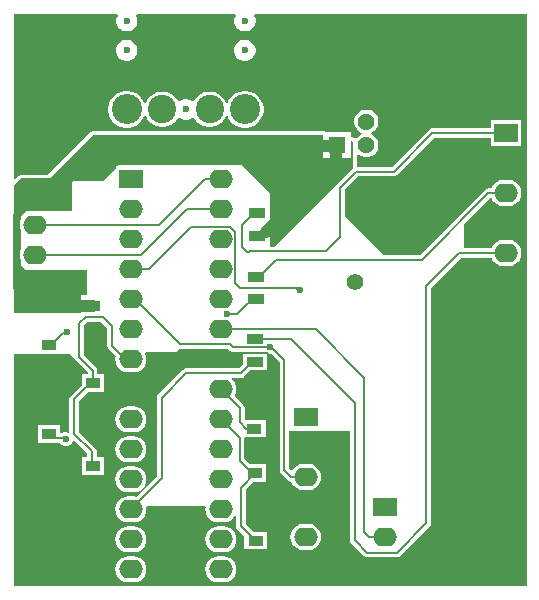
<source format=gbl>
G04*
G04 #@! TF.GenerationSoftware,Altium Limited,Altium Designer,23.4.1 (23)*
G04*
G04 Layer_Physical_Order=2*
G04 Layer_Color=16711680*
%FSLAX25Y25*%
%MOIN*%
G70*
G04*
G04 #@! TF.SameCoordinates,EF30BACE-0BBC-42E6-AA2A-B86B67AF279B*
G04*
G04*
G04 #@! TF.FilePolarity,Positive*
G04*
G01*
G75*
%ADD11C,0.00787*%
%ADD28R,0.05118X0.03543*%
%ADD31C,0.13583*%
%ADD32C,0.05543*%
%ADD33O,0.07874X0.06299*%
%ADD34R,0.07874X0.06299*%
%ADD35C,0.05634*%
%ADD36R,0.05634X0.05634*%
%ADD37C,0.29134*%
%ADD38C,0.10039*%
%ADD39C,0.09449*%
%ADD40C,0.02362*%
%ADD41R,0.05709X0.03543*%
%ADD42C,0.03937*%
%ADD43C,0.01575*%
G36*
X172047Y1181D02*
X1181D01*
Y78347D01*
X9055Y78543D01*
X19652D01*
X21229Y76967D01*
Y76967D01*
X21522Y76588D01*
X21699Y76324D01*
X25791Y72232D01*
Y71654D01*
X23819D01*
Y68216D01*
X20124Y64521D01*
X19776Y64000D01*
X19654Y63386D01*
X19654Y63386D01*
Y52483D01*
X19239Y52205D01*
X18867Y52359D01*
X17927D01*
X17059Y51999D01*
X17059Y51999D01*
X16535D01*
Y54724D01*
X9055D01*
Y48819D01*
X14018D01*
X14173Y48788D01*
X14173Y48788D01*
X16341D01*
X16394Y48659D01*
X17059Y47994D01*
X17927Y47635D01*
X18867D01*
X19735Y47994D01*
X20399Y48659D01*
X20709Y49407D01*
X21221Y49602D01*
X25491Y45332D01*
Y44094D01*
X23819D01*
Y38189D01*
X31299D01*
Y44094D01*
X28703D01*
Y45997D01*
X28703Y45997D01*
X28580Y46611D01*
X28232Y47132D01*
X22865Y52499D01*
Y62721D01*
X25862Y65717D01*
X26181D01*
X26181Y65717D01*
X26336Y65748D01*
X31299D01*
Y71654D01*
X29002D01*
Y72897D01*
X29002Y72897D01*
X28880Y73511D01*
X28532Y74032D01*
X28532Y74032D01*
X24440Y78124D01*
Y87918D01*
X25714Y89191D01*
X30132D01*
X32253Y87070D01*
Y81120D01*
X32253Y81120D01*
X32375Y80505D01*
X32723Y79984D01*
X35120Y77588D01*
X35002Y76693D01*
X35151Y75562D01*
X35587Y74509D01*
X36281Y73604D01*
X37186Y72910D01*
X38239Y72474D01*
X39370Y72325D01*
X40945D01*
X42075Y72474D01*
X43129Y72910D01*
X44034Y73604D01*
X44728Y74509D01*
X45164Y75562D01*
X45313Y76693D01*
X45164Y77823D01*
X44828Y78634D01*
X45124Y79134D01*
X55118D01*
X56145Y80160D01*
X56492Y80091D01*
X56492Y80091D01*
X72632D01*
X73162Y79562D01*
X73162Y79562D01*
X73682Y79213D01*
X74297Y79091D01*
X77065D01*
X77461Y78839D01*
Y75007D01*
X76107Y73653D01*
X58547D01*
X58547Y73653D01*
X57933Y73531D01*
X57412Y73183D01*
X57412Y73183D01*
X49258Y65029D01*
X48910Y64508D01*
X48788Y63894D01*
X48788Y63894D01*
Y37594D01*
X42097Y30903D01*
X42075Y30912D01*
X40945Y31061D01*
X39370D01*
X38239Y30912D01*
X37186Y30476D01*
X36281Y29781D01*
X35587Y28877D01*
X35151Y27823D01*
X35002Y26693D01*
X35151Y25562D01*
X35587Y24509D01*
X36281Y23604D01*
X37186Y22910D01*
X38239Y22474D01*
X39370Y22325D01*
X40945D01*
X42075Y22474D01*
X43129Y22910D01*
X44034Y23604D01*
X44728Y24509D01*
X45164Y25562D01*
X45313Y26693D01*
X45214Y27448D01*
X45543Y27823D01*
X64772D01*
X65101Y27448D01*
X65002Y26693D01*
X65151Y25562D01*
X65587Y24509D01*
X66281Y23604D01*
X67186Y22910D01*
X68239Y22474D01*
X69370Y22325D01*
X70945D01*
X72075Y22474D01*
X73129Y22910D01*
X74034Y23604D01*
X74666Y24428D01*
X74979Y24385D01*
X75166Y24294D01*
Y21161D01*
X75166Y21161D01*
X75288Y20547D01*
X75636Y20026D01*
X77953Y17710D01*
Y13287D01*
X85433D01*
Y19193D01*
X81011D01*
X78377Y21826D01*
Y33193D01*
X80912Y35728D01*
X85335D01*
Y41634D01*
X80372D01*
X80216Y41665D01*
X80216Y41665D01*
X79897D01*
X77984Y43578D01*
Y50472D01*
X77984Y50472D01*
X78081Y50590D01*
X85039D01*
Y56496D01*
X78102D01*
Y60353D01*
X78102Y60353D01*
X77980Y60968D01*
X77632Y61489D01*
X77632Y61489D01*
X74678Y64443D01*
X74728Y64509D01*
X75164Y65562D01*
X75313Y66693D01*
X75164Y67823D01*
X74728Y68877D01*
X74034Y69782D01*
X73790Y69968D01*
X73951Y70442D01*
X76772D01*
X76772Y70442D01*
X77386Y70564D01*
X77907Y70912D01*
X79928Y72933D01*
X85532D01*
Y78131D01*
X85947Y78409D01*
X86127Y78335D01*
X87067D01*
X87082Y78341D01*
X89691Y75732D01*
Y39721D01*
X89691Y39721D01*
X89813Y39107D01*
X90162Y38586D01*
X92462Y36286D01*
X92982Y35938D01*
X93597Y35816D01*
X93615D01*
X93855Y35237D01*
X94549Y34333D01*
X95454Y33638D01*
X96507Y33202D01*
X97638Y33053D01*
X99213D01*
X100343Y33202D01*
X101397Y33638D01*
X102301Y34333D01*
X102996Y35237D01*
X103432Y36291D01*
X103581Y37421D01*
X103432Y38552D01*
X102996Y39605D01*
X102301Y40510D01*
X101397Y41204D01*
X100343Y41640D01*
X99213Y41789D01*
X97638D01*
X96507Y41640D01*
X95454Y41204D01*
X94549Y40510D01*
X94088Y39908D01*
X93442Y39847D01*
X92902Y40386D01*
Y52756D01*
X113191D01*
Y16397D01*
X113191Y16397D01*
X113313Y15782D01*
X113662Y15261D01*
X117854Y11069D01*
X117854Y11069D01*
X118375Y10721D01*
X118989Y10599D01*
X118989Y10599D01*
X128740D01*
X128740Y10599D01*
X129355Y10721D01*
X129876Y11069D01*
X139718Y20912D01*
X140066Y21433D01*
X140188Y22047D01*
X140188Y22047D01*
Y100516D01*
X150153Y110481D01*
X160348D01*
X160587Y109903D01*
X161281Y108998D01*
X162186Y108304D01*
X163240Y107867D01*
X164370Y107719D01*
X165945D01*
X167075Y107867D01*
X168129Y108304D01*
X169034Y108998D01*
X169728Y109903D01*
X170164Y110956D01*
X170313Y112087D01*
X170164Y113217D01*
X169728Y114271D01*
X169034Y115175D01*
X168129Y115869D01*
X167075Y116306D01*
X165945Y116455D01*
X164370D01*
X163240Y116306D01*
X162186Y115869D01*
X161281Y115175D01*
X160587Y114271D01*
X160348Y113692D01*
X151217D01*
X151181Y113779D01*
Y121710D01*
X159886Y130415D01*
X160400Y130355D01*
X160587Y129903D01*
X161281Y128998D01*
X162186Y128304D01*
X163240Y127867D01*
X164370Y127719D01*
X165945D01*
X167075Y127867D01*
X168129Y128304D01*
X169034Y128998D01*
X169728Y129903D01*
X170164Y130956D01*
X170313Y132087D01*
X170164Y133217D01*
X169728Y134271D01*
X169034Y135175D01*
X168129Y135870D01*
X167075Y136306D01*
X165945Y136455D01*
X164370D01*
X163240Y136306D01*
X162186Y135870D01*
X161281Y135175D01*
X160587Y134271D01*
X160348Y133692D01*
X159287D01*
X158672Y133570D01*
X158151Y133222D01*
X158151Y133222D01*
X136444Y111514D01*
X124312D01*
X111448Y124379D01*
Y133193D01*
X115846Y137591D01*
X127697D01*
X127697Y137591D01*
X128311Y137713D01*
X128832Y138061D01*
X141252Y150481D01*
X160039D01*
Y147756D01*
X170276D01*
Y156417D01*
X160039D01*
Y153692D01*
X140587D01*
X140587Y153692D01*
X139972Y153570D01*
X139451Y153222D01*
X127032Y140803D01*
X115377D01*
Y144876D01*
X115877Y145083D01*
X116167Y144793D01*
X117079Y144266D01*
X118096Y143994D01*
X119148D01*
X120165Y144266D01*
X121077Y144793D01*
X121821Y145537D01*
X122348Y146449D01*
X122620Y147466D01*
Y148518D01*
X122348Y149535D01*
X121821Y150447D01*
X121077Y151191D01*
X120277Y151653D01*
X120226Y151876D01*
Y151982D01*
X120277Y152205D01*
X121077Y152667D01*
X121821Y153411D01*
X122348Y154323D01*
X122620Y155340D01*
Y156392D01*
X122348Y157409D01*
X121821Y158321D01*
X121077Y159065D01*
X120165Y159592D01*
X119148Y159864D01*
X118096D01*
X117079Y159592D01*
X116167Y159065D01*
X115423Y158321D01*
X114897Y157409D01*
X114624Y156392D01*
Y155340D01*
X114897Y154323D01*
X115423Y153411D01*
X116167Y152667D01*
X116967Y152205D01*
X117018Y151982D01*
Y151876D01*
X116967Y151653D01*
X116167Y151191D01*
X115423Y150447D01*
X115377Y150367D01*
X115309Y150332D01*
X114755Y150291D01*
X114589Y150428D01*
X114426Y150516D01*
X114271Y150617D01*
X114220Y150627D01*
X114175Y150651D01*
X113991Y150670D01*
X113809Y150704D01*
X113586Y150858D01*
X113386Y151123D01*
Y152362D01*
X105225D01*
X105182Y152426D01*
X104792Y152687D01*
X104331Y152779D01*
X27559D01*
X27559Y152779D01*
X27098Y152687D01*
X26708Y152426D01*
X26708Y152426D01*
X12534Y138253D01*
X12507Y138212D01*
X3543D01*
X3543Y138212D01*
X3083Y138120D01*
X2692Y137859D01*
X2692Y137859D01*
X1643Y136811D01*
X1181Y137002D01*
Y191732D01*
X35418D01*
X35706Y191232D01*
X35478Y190836D01*
X35236Y189935D01*
Y189002D01*
X35478Y188101D01*
X35944Y187293D01*
X36604Y186633D01*
X37412Y186167D01*
X38313Y185925D01*
X39246D01*
X40147Y186167D01*
X40955Y186633D01*
X41615Y187293D01*
X42081Y188101D01*
X42323Y189002D01*
Y189935D01*
X42081Y190836D01*
X41853Y191232D01*
X42141Y191732D01*
X74788D01*
X75077Y191232D01*
X74848Y190836D01*
X74606Y189935D01*
Y189002D01*
X74848Y188101D01*
X75314Y187293D01*
X75974Y186633D01*
X76782Y186167D01*
X77683Y185925D01*
X78616D01*
X79517Y186167D01*
X80325Y186633D01*
X80985Y187293D01*
X81451Y188101D01*
X81693Y189002D01*
Y189935D01*
X81451Y190836D01*
X81223Y191232D01*
X81511Y191732D01*
X172047D01*
Y1181D01*
D02*
G37*
G36*
X104331Y143701D02*
X113386D01*
Y149313D01*
X113823Y149499D01*
X114173Y149210D01*
Y140417D01*
X114046Y140332D01*
X114046Y140332D01*
X108707Y134994D01*
X108359Y134473D01*
X108327Y134311D01*
X88220Y114204D01*
X86945D01*
X86614Y114567D01*
Y121260D01*
X85433D01*
Y122047D01*
X85728Y122343D01*
X86122D01*
Y122736D01*
X86614Y123228D01*
Y131890D01*
X77165Y141339D01*
X35827D01*
X35512Y141024D01*
X35039D01*
Y140551D01*
X30709Y136221D01*
X20472D01*
Y126378D01*
X20216Y125984D01*
X5118D01*
X3543Y124409D01*
Y123308D01*
X3261Y122627D01*
X3112Y121496D01*
X3261Y120366D01*
X3543Y119684D01*
Y113308D01*
X3261Y112627D01*
X3112Y111496D01*
X3261Y110365D01*
X3543Y109684D01*
Y107874D01*
X5118Y106299D01*
X25591D01*
Y98032D01*
X23622D01*
Y92126D01*
X1181D01*
Y134646D01*
X3543Y137008D01*
X12992D01*
X13150Y137165D01*
X13386D01*
Y137401D01*
X27559Y151575D01*
X104331D01*
Y143701D01*
D02*
G37*
%LPC*%
G36*
X78616Y183169D02*
X77683D01*
X76782Y182928D01*
X75974Y182461D01*
X75314Y181802D01*
X74848Y180994D01*
X74606Y180093D01*
Y179160D01*
X74848Y178258D01*
X75314Y177450D01*
X75974Y176791D01*
X76782Y176324D01*
X77683Y176083D01*
X78616D01*
X79517Y176324D01*
X80325Y176791D01*
X80985Y177450D01*
X81451Y178258D01*
X81693Y179160D01*
Y180093D01*
X81451Y180994D01*
X80985Y181802D01*
X80325Y182461D01*
X79517Y182928D01*
X78616Y183169D01*
D02*
G37*
G36*
X39246D02*
X38313D01*
X37412Y182928D01*
X36604Y182461D01*
X35944Y181802D01*
X35478Y180994D01*
X35236Y180093D01*
Y179160D01*
X35478Y178258D01*
X35944Y177450D01*
X36604Y176791D01*
X37412Y176324D01*
X38313Y176083D01*
X39246D01*
X40147Y176324D01*
X40955Y176791D01*
X41615Y177450D01*
X42081Y178258D01*
X42323Y179160D01*
Y180093D01*
X42081Y180994D01*
X41615Y181802D01*
X40955Y182461D01*
X40147Y182928D01*
X39246Y183169D01*
D02*
G37*
G36*
X78760Y166142D02*
X77539D01*
X76341Y165903D01*
X75213Y165436D01*
X74197Y164757D01*
X73333Y163894D01*
X72655Y162878D01*
X72355Y162155D01*
X71814Y162155D01*
X71572Y162738D01*
X70926Y163705D01*
X70103Y164528D01*
X69136Y165174D01*
X68061Y165619D01*
X66920Y165846D01*
X65757D01*
X64616Y165619D01*
X63541Y165174D01*
X62574Y164528D01*
X61752Y163705D01*
X61217Y162906D01*
X60697Y162788D01*
X60592Y162804D01*
X59832Y163243D01*
X58931Y163484D01*
X57998D01*
X57097Y163243D01*
X56338Y162804D01*
X56232Y162788D01*
X55712Y162906D01*
X55178Y163705D01*
X54355Y164528D01*
X53388Y165174D01*
X52313Y165619D01*
X51172Y165846D01*
X50009D01*
X48868Y165619D01*
X47793Y165174D01*
X46826Y164528D01*
X46003Y163705D01*
X45357Y162738D01*
X45115Y162154D01*
X44574D01*
X44275Y162878D01*
X43596Y163894D01*
X42732Y164757D01*
X41717Y165436D01*
X40588Y165903D01*
X39390Y166142D01*
X38169D01*
X36971Y165903D01*
X35842Y165436D01*
X34827Y164757D01*
X33963Y163894D01*
X33284Y162878D01*
X32817Y161749D01*
X32579Y160552D01*
Y159330D01*
X32817Y158132D01*
X33284Y157004D01*
X33963Y155988D01*
X34827Y155124D01*
X35842Y154446D01*
X36971Y153978D01*
X38169Y153740D01*
X39390D01*
X40588Y153978D01*
X41717Y154446D01*
X42732Y155124D01*
X43596Y155988D01*
X44275Y157004D01*
X44574Y157727D01*
X45115D01*
X45357Y157143D01*
X46003Y156176D01*
X46826Y155354D01*
X47793Y154708D01*
X48868Y154262D01*
X50009Y154035D01*
X51172D01*
X52313Y154262D01*
X53388Y154708D01*
X54355Y155354D01*
X55178Y156176D01*
X55712Y156976D01*
X56232Y157094D01*
X56338Y157077D01*
X57097Y156639D01*
X57998Y156398D01*
X58931D01*
X59832Y156639D01*
X60592Y157077D01*
X60697Y157094D01*
X61217Y156976D01*
X61752Y156176D01*
X62574Y155354D01*
X63541Y154708D01*
X64616Y154262D01*
X65757Y154035D01*
X66920D01*
X68061Y154262D01*
X69136Y154708D01*
X70103Y155354D01*
X70926Y156176D01*
X71572Y157143D01*
X71814Y157727D01*
X72355Y157727D01*
X72655Y157004D01*
X73333Y155988D01*
X74197Y155124D01*
X75213Y154446D01*
X76341Y153978D01*
X77539Y153740D01*
X78760D01*
X79958Y153978D01*
X81087Y154446D01*
X82102Y155124D01*
X82966Y155988D01*
X83645Y157004D01*
X84112Y158132D01*
X84350Y159330D01*
Y160552D01*
X84112Y161749D01*
X83645Y162878D01*
X82966Y163894D01*
X82102Y164757D01*
X81087Y165436D01*
X79958Y165903D01*
X78760Y166142D01*
D02*
G37*
G36*
X40945Y61061D02*
X39370D01*
X38239Y60912D01*
X37186Y60476D01*
X36281Y59781D01*
X35587Y58877D01*
X35151Y57823D01*
X35002Y56693D01*
X35151Y55562D01*
X35587Y54509D01*
X36281Y53604D01*
X37186Y52910D01*
X38239Y52474D01*
X39370Y52325D01*
X40945D01*
X42075Y52474D01*
X43129Y52910D01*
X44034Y53604D01*
X44728Y54509D01*
X45164Y55562D01*
X45313Y56693D01*
X45164Y57823D01*
X44728Y58877D01*
X44034Y59781D01*
X43129Y60476D01*
X42075Y60912D01*
X40945Y61061D01*
D02*
G37*
G36*
Y51061D02*
X39370D01*
X38239Y50912D01*
X37186Y50476D01*
X36281Y49782D01*
X35587Y48877D01*
X35151Y47823D01*
X35002Y46693D01*
X35151Y45562D01*
X35587Y44509D01*
X36281Y43604D01*
X37186Y42910D01*
X38239Y42474D01*
X39370Y42325D01*
X40945D01*
X42075Y42474D01*
X43129Y42910D01*
X44034Y43604D01*
X44728Y44509D01*
X45164Y45562D01*
X45313Y46693D01*
X45164Y47823D01*
X44728Y48877D01*
X44034Y49782D01*
X43129Y50476D01*
X42075Y50912D01*
X40945Y51061D01*
D02*
G37*
G36*
Y41061D02*
X39370D01*
X38239Y40912D01*
X37186Y40476D01*
X36281Y39781D01*
X35587Y38877D01*
X35151Y37823D01*
X35002Y36693D01*
X35151Y35562D01*
X35587Y34509D01*
X36281Y33604D01*
X37186Y32910D01*
X38239Y32474D01*
X39370Y32325D01*
X40945D01*
X42075Y32474D01*
X43129Y32910D01*
X44034Y33604D01*
X44728Y34509D01*
X45164Y35562D01*
X45313Y36693D01*
X45164Y37823D01*
X44728Y38877D01*
X44034Y39781D01*
X43129Y40476D01*
X42075Y40912D01*
X40945Y41061D01*
D02*
G37*
G36*
X99213Y21789D02*
X97638D01*
X96507Y21641D01*
X95454Y21204D01*
X94549Y20510D01*
X93855Y19605D01*
X93419Y18552D01*
X93270Y17421D01*
X93419Y16291D01*
X93855Y15237D01*
X94549Y14333D01*
X95454Y13638D01*
X96507Y13202D01*
X97638Y13053D01*
X99213D01*
X100343Y13202D01*
X101397Y13638D01*
X102301Y14333D01*
X102996Y15237D01*
X103432Y16291D01*
X103581Y17421D01*
X103432Y18552D01*
X102996Y19605D01*
X102301Y20510D01*
X101397Y21204D01*
X100343Y21641D01*
X99213Y21789D01*
D02*
G37*
G36*
X70945Y21061D02*
X69370D01*
X68239Y20912D01*
X67186Y20476D01*
X66281Y19782D01*
X65587Y18877D01*
X65151Y17823D01*
X65002Y16693D01*
X65151Y15562D01*
X65587Y14509D01*
X66281Y13604D01*
X67186Y12910D01*
X68239Y12474D01*
X69370Y12325D01*
X70945D01*
X72075Y12474D01*
X73129Y12910D01*
X74034Y13604D01*
X74728Y14509D01*
X75164Y15562D01*
X75313Y16693D01*
X75164Y17823D01*
X74728Y18877D01*
X74034Y19782D01*
X73129Y20476D01*
X72075Y20912D01*
X70945Y21061D01*
D02*
G37*
G36*
X40945D02*
X39370D01*
X38239Y20912D01*
X37186Y20476D01*
X36281Y19782D01*
X35587Y18877D01*
X35151Y17823D01*
X35002Y16693D01*
X35151Y15562D01*
X35587Y14509D01*
X36281Y13604D01*
X37186Y12910D01*
X38239Y12474D01*
X39370Y12325D01*
X40945D01*
X42075Y12474D01*
X43129Y12910D01*
X44034Y13604D01*
X44728Y14509D01*
X45164Y15562D01*
X45313Y16693D01*
X45164Y17823D01*
X44728Y18877D01*
X44034Y19782D01*
X43129Y20476D01*
X42075Y20912D01*
X40945Y21061D01*
D02*
G37*
G36*
X70945Y11061D02*
X69370D01*
X68239Y10912D01*
X67186Y10476D01*
X66281Y9781D01*
X65587Y8877D01*
X65151Y7823D01*
X65002Y6693D01*
X65151Y5562D01*
X65587Y4509D01*
X66281Y3604D01*
X67186Y2910D01*
X68239Y2474D01*
X69370Y2325D01*
X70945D01*
X72075Y2474D01*
X73129Y2910D01*
X74034Y3604D01*
X74728Y4509D01*
X75164Y5562D01*
X75313Y6693D01*
X75164Y7823D01*
X74728Y8877D01*
X74034Y9781D01*
X73129Y10476D01*
X72075Y10912D01*
X70945Y11061D01*
D02*
G37*
G36*
X40945D02*
X39370D01*
X38239Y10912D01*
X37186Y10476D01*
X36281Y9781D01*
X35587Y8877D01*
X35151Y7823D01*
X35002Y6693D01*
X35151Y5562D01*
X35587Y4509D01*
X36281Y3604D01*
X37186Y2910D01*
X38239Y2474D01*
X39370Y2325D01*
X40945D01*
X42075Y2474D01*
X43129Y2910D01*
X44034Y3604D01*
X44728Y4509D01*
X45164Y5562D01*
X45313Y6693D01*
X45164Y7823D01*
X44728Y8877D01*
X44034Y9781D01*
X43129Y10476D01*
X42075Y10912D01*
X40945Y11061D01*
D02*
G37*
%LPD*%
D11*
X74297Y80697D02*
X86597D01*
X73297Y81697D02*
X74297Y80697D01*
X74162Y78740D02*
X85619D01*
X87008Y77352D01*
X27566Y61228D02*
X30897D01*
X36369Y66700D01*
X72122Y76700D02*
X74162Y78740D01*
X87008Y63635D02*
Y77352D01*
X59897Y76700D02*
X72122D01*
X13583Y81496D02*
X17582Y85496D01*
X18696D02*
X18997Y85797D01*
X17582Y85496D02*
X18696D01*
X12795Y81496D02*
X13583D01*
X70157Y66693D02*
X76497Y60353D01*
Y55597D02*
Y60353D01*
X72297Y91697D02*
X75555D01*
X80512Y95374D02*
X81890Y96752D01*
X79232Y95374D02*
X80512D01*
X75555Y91697D02*
X79232Y95374D01*
X66194Y171897D02*
X79377D01*
X86277Y178797D02*
X96897D01*
X79377Y171897D02*
X86277Y178797D01*
X109843Y117323D02*
Y133858D01*
X79528Y112598D02*
X105118D01*
X109843Y117323D01*
X76772Y21161D02*
X81693Y16240D01*
X76772Y33858D02*
X81594Y38681D01*
X76772Y21161D02*
Y33858D01*
X76378Y42913D02*
Y50472D01*
X79232Y40059D02*
X80216D01*
X81594Y38681D01*
X76378Y42913D02*
X79232Y40059D01*
X70157Y56693D02*
X76378Y50472D01*
X87904Y31201D02*
X91676Y27428D01*
X84597Y61031D02*
X87303Y58324D01*
Y31201D02*
X87904D01*
X81594D02*
X87303D01*
Y58324D01*
X74997Y101997D02*
X76600Y100394D01*
X95971Y99597D02*
X96397D01*
X95174Y100394D02*
X95971Y99597D01*
X76600Y100394D02*
X95174D01*
X40157Y96693D02*
X41496D01*
X56492Y81697D02*
X73297D01*
X41496Y96693D02*
X56492Y81697D01*
X86597Y80097D02*
X87597D01*
X84597Y61224D02*
X87008Y63635D01*
X87597Y80097D02*
X91297Y76397D01*
X58547Y72047D02*
X76772D01*
X80413Y75886D02*
X81496D01*
X79035Y74508D02*
X80413Y75886D01*
X79035Y74311D02*
Y74508D01*
X76772Y72047D02*
X79035Y74311D01*
X50394Y63894D02*
X58547Y72047D01*
X50394Y36929D02*
Y63894D01*
X40157Y26693D02*
X50394Y36929D01*
X29014Y62883D02*
X31890Y65758D01*
Y82484D01*
X29023Y85351D02*
X31890Y82484D01*
X38285Y76693D02*
X40157D01*
X33858Y81120D02*
X38285Y76693D01*
X33858Y81120D02*
Y87735D01*
X30797Y90797D02*
X33858Y87735D01*
X22835Y77459D02*
Y88583D01*
X25049Y90797D02*
X30797D01*
X22835Y88583D02*
X25049Y90797D01*
X22835Y77459D02*
X27397Y72897D01*
X21260Y63386D02*
X25197Y67323D01*
X21260Y51834D02*
Y63386D01*
X25197Y67323D02*
X26181D01*
X27559Y68701D01*
X21260Y51834D02*
X27097Y45997D01*
X29011Y35321D02*
X33071Y39380D01*
X29020Y59566D02*
X33071Y55516D01*
Y39380D02*
Y55516D01*
X15748Y15955D02*
X27194Y27402D01*
X27477Y32283D02*
X27559Y33661D01*
X27194Y27402D02*
X27477Y32260D01*
Y32283D01*
X15748Y15748D02*
Y15955D01*
X23432Y33669D02*
X26575D01*
X27552D01*
X14173Y50394D02*
X17574D01*
X17971Y49997D01*
X18397D01*
X12795Y51772D02*
X14173Y50394D01*
X5906Y51195D02*
Y70013D01*
Y51195D02*
X11229Y45872D01*
X5906Y70013D02*
X9916Y74023D01*
X81306Y61031D02*
X84597D01*
X49897Y66700D02*
X59897Y76700D01*
X14351Y42750D02*
Y42913D01*
X11229Y45669D02*
X12802Y44298D01*
X11229Y45669D02*
Y45872D01*
X29023Y85351D02*
Y85630D01*
X27559Y61221D02*
X29020Y59842D01*
X9916Y74023D02*
X12788D01*
X40165Y66700D02*
X49897D01*
X27559Y33661D02*
X29011Y35039D01*
X29020Y59566D02*
Y59842D01*
X12810Y44291D02*
X14351Y42913D01*
Y42750D02*
X23432Y33669D01*
X36369Y66700D02*
X40150D01*
X29011Y35039D02*
Y35321D01*
X27559Y87008D02*
X29023Y85630D01*
X29014Y62598D02*
Y62883D01*
X91676Y27428D02*
X98418D01*
X27559Y61221D02*
X29014Y62598D01*
X77165Y114173D02*
X78808Y112531D01*
X77165Y114173D02*
Y121457D01*
X81004Y125295D01*
X115181Y139197D02*
X127697D01*
X109843Y133858D02*
X115181Y139197D01*
X78808Y112531D02*
X79460D01*
X79528Y112598D01*
X137109Y109909D02*
X159287Y132087D01*
X84351Y105676D02*
X88583Y109909D01*
X137109D01*
X81004Y125295D02*
X82087D01*
X114797Y16397D02*
X118989Y12205D01*
X128740D02*
X138583Y22047D01*
X118989Y12205D02*
X128740D01*
X138583Y22047D02*
Y101181D01*
X149488Y112087D01*
X165157D01*
X84351Y105610D02*
Y105676D01*
X82973Y104232D02*
X84351Y105610D01*
X81890Y104232D02*
X82973D01*
X27397Y68701D02*
Y72897D01*
X27097Y41142D02*
Y45997D01*
X81496Y83366D02*
X93628D01*
X114797Y62197D01*
Y16397D02*
Y62197D01*
X70157Y86693D02*
X101701D01*
X117997Y70397D01*
Y18923D02*
Y70397D01*
Y18923D02*
X119597Y17323D01*
X124803D01*
X93597Y37421D02*
X98425D01*
X91297Y39721D02*
X93597Y37421D01*
X91297Y39721D02*
Y76397D01*
X40157Y106693D02*
X46093D01*
X60197Y120797D01*
X73197D01*
X74997Y118997D01*
Y101997D02*
Y118997D01*
X58465Y173997D02*
Y179626D01*
X56665Y172197D02*
X58465Y173997D01*
X20717Y172197D02*
X56665D01*
X15748Y177165D02*
X20717Y172197D01*
X78550Y53543D02*
X81299D01*
X76497Y55597D02*
X78550Y53543D01*
X108779Y155866D02*
Y166914D01*
X96897Y178797D02*
X108779Y166914D01*
X58465Y179626D02*
X66194Y171897D01*
X159287Y132087D02*
X165157D01*
X127697Y139197D02*
X140587Y152087D01*
X165157D01*
X64693Y136693D02*
X70157D01*
X49496Y121496D02*
X64693Y136693D01*
X8268Y121496D02*
X49496D01*
X58793Y126693D02*
X70157D01*
X43596Y111496D02*
X58793Y126693D01*
X8268Y111496D02*
X43596D01*
X27097Y41142D02*
X27559D01*
X144902Y142087D02*
X165157D01*
X135197Y132382D02*
X144902Y142087D01*
X114961Y132382D02*
X135197D01*
X145322Y15748D02*
X157480D01*
X136897Y7323D02*
X145322Y15748D01*
X124803Y7323D02*
X136897D01*
X111595D02*
X124803D01*
X111497Y7421D02*
X111595Y7323D01*
X98425Y7421D02*
X111497D01*
X90636D02*
X98425D01*
X89297Y8760D02*
X90636Y7421D01*
X81693Y8760D02*
X89297D01*
D28*
X27559Y61221D02*
D03*
Y68701D02*
D03*
Y87008D02*
D03*
Y94488D02*
D03*
X81594Y31201D02*
D03*
Y38681D02*
D03*
X81693Y8760D02*
D03*
Y16240D02*
D03*
X81299Y61024D02*
D03*
Y53543D02*
D03*
X27559Y33661D02*
D03*
Y41142D02*
D03*
X12795Y51772D02*
D03*
Y44291D02*
D03*
Y81496D02*
D03*
Y74016D02*
D03*
D31*
X137402Y166535D02*
D03*
X90000D02*
D03*
D32*
X114961Y132382D02*
D03*
Y102461D02*
D03*
D33*
X70157Y6693D02*
D03*
Y16693D02*
D03*
Y26693D02*
D03*
Y36693D02*
D03*
Y46693D02*
D03*
Y56693D02*
D03*
Y66693D02*
D03*
Y76693D02*
D03*
Y86693D02*
D03*
Y96693D02*
D03*
Y106693D02*
D03*
Y116693D02*
D03*
Y126693D02*
D03*
Y136693D02*
D03*
X40157Y6693D02*
D03*
Y16693D02*
D03*
Y26693D02*
D03*
Y36693D02*
D03*
Y46693D02*
D03*
Y56693D02*
D03*
Y66693D02*
D03*
Y76693D02*
D03*
Y86693D02*
D03*
Y96693D02*
D03*
Y106693D02*
D03*
Y116693D02*
D03*
Y126693D02*
D03*
X165157Y142087D02*
D03*
Y132087D02*
D03*
Y122087D02*
D03*
Y112087D02*
D03*
Y102087D02*
D03*
X98425Y47421D02*
D03*
Y37421D02*
D03*
Y27421D02*
D03*
Y17421D02*
D03*
Y7421D02*
D03*
X124803Y17323D02*
D03*
Y7323D02*
D03*
X8268Y111496D02*
D03*
Y121496D02*
D03*
Y131496D02*
D03*
D34*
X40157Y136693D02*
D03*
X165157Y152087D02*
D03*
X98425Y57421D02*
D03*
X124803Y27323D02*
D03*
X8268Y141496D02*
D03*
D35*
X108779Y155866D02*
D03*
X118622D02*
D03*
Y147992D02*
D03*
D36*
X108779D02*
D03*
D37*
X157480Y177165D02*
D03*
X15748Y15748D02*
D03*
X157480D02*
D03*
X15748Y177165D02*
D03*
D38*
X58465Y179626D02*
D03*
X38780Y159941D02*
D03*
X78150D02*
D03*
D39*
X50591D02*
D03*
X66339D02*
D03*
D40*
X78150Y189469D02*
D03*
Y179626D02*
D03*
X58465Y159941D02*
D03*
X38780Y189469D02*
D03*
Y179626D02*
D03*
X18997Y85797D02*
D03*
X72297Y91697D02*
D03*
X96397Y99597D02*
D03*
X86597Y80697D02*
D03*
X18397Y49997D02*
D03*
D41*
X82087Y117815D02*
D03*
Y125295D02*
D03*
X81496Y75886D02*
D03*
Y83366D02*
D03*
X81890Y96752D02*
D03*
Y104232D02*
D03*
D42*
X29982Y147699D02*
X108486D01*
X8819Y132047D02*
X14331D01*
X29982Y147699D01*
X108486D02*
X108779Y147992D01*
X108590Y147803D02*
X108779Y147992D01*
X108590Y142448D02*
Y147803D01*
X85335Y119193D02*
X108590Y142448D01*
X7705Y94488D02*
X27559D01*
D43*
X8268Y131496D02*
X8819Y132047D01*
X1575Y124803D02*
X8268Y131496D01*
X83465Y119193D02*
X85335D01*
X82087Y117815D02*
X83465Y119193D01*
X1575Y100619D02*
X7705Y94488D01*
X1575Y100619D02*
Y124803D01*
M02*

</source>
